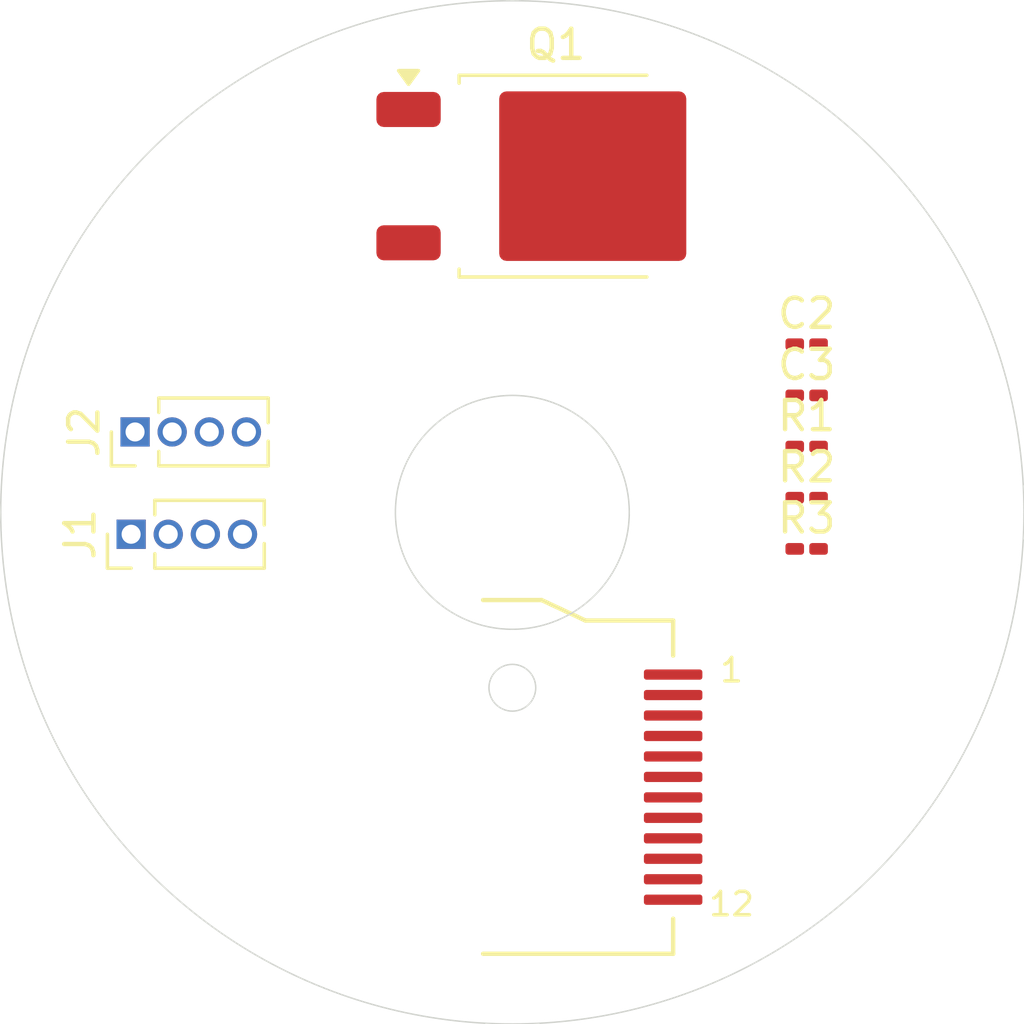
<source format=kicad_pcb>
(kicad_pcb (version 20241229) (generator "pcbnew") (generator_version "9.0")
  (layers (0 "F.Cu" signal) (2 "B.Cu" signal) (13 "F.Paste" user) (15 "B.Paste" user) (5 "F.SilkS" user "F.Silkscreen") (7 "B.SilkS" user "B.Silkscreen") (1 "F.Mask" user) (3 "B.Mask" user) (25 "Edge.Cuts" user))
  (net 0 "")
  (net 1 "+3.3V")
  (net 2 "GND")
  (net 3 "Net-(Q1-G)")
  (net 4 "LEDK")
  (net 5 "LEDA")
  (net 6 "BACKLIGH_EN")
  (net 7 "SCK")
  (net 8 "nRESET")
  (net 9 "MOSI")
  (net 10 "nCS")
  (net 11 "DC")
  (footprint "Capacitor_SMD:C_0201_0603Metric_Pad0.64x0.40mm_HandSolder" (layer "F.Cu") (at 160.5675 96.5)
    (property "Reference" "C3" (at 0 -1.05 0) (layer "F.SilkS"))
    (property "Value" "22 uF")
    (pad "1" smd roundrect (at -0.4075 0) (size 0.635 0.4) (layers "F.Cu" "F.Mask") (net 1 "+3.3V"))
    (pad "2" smd roundrect (at 0.4075 0) (size 0.635 0.4) (layers "F.Cu" "F.Mask") (net 2 "GND"))
  )
  (footprint "Resistor_SMD:R_0201_0603Metric_Pad0.64x0.40mm_HandSolder" (layer "F.Cu") (at 160.5675 101.75)
    (property "Reference" "R3" (at 0 -1.05 0) (layer "F.SilkS"))
    (property "Value" "22R")
    (pad "1" smd roundrect (at -0.4075 0) (size 0.635 0.4) (layers "F.Cu" "F.Mask") (net 3 "Net-(Q1-G)"))
    (pad "2" smd roundrect (at 0.4075 0) (size 0.635 0.4) (layers "F.Cu" "F.Mask") (net 2 "GND"))
  )
  (footprint "Capacitor_SMD:C_0201_0603Metric_Pad0.64x0.40mm_HandSolder" (layer "F.Cu") (at 160.5675 94.75)
    (property "Reference" "C2" (at 0 -1.05 0) (layer "F.SilkS"))
    (property "Value" "22 uF")
    (pad "1" smd roundrect (at -0.4075 0) (size 0.635 0.4) (layers "F.Cu" "F.Mask") (net 1 "+3.3V"))
    (pad "2" smd roundrect (at 0.4075 0) (size 0.635 0.4) (layers "F.Cu" "F.Mask") (net 2 "GND"))
  )
  (footprint "Connector_PinHeader_1.27mm:PinHeader_1x04_P1.27mm_Vertical" (layer "F.Cu") (at 137.46 101.25 90)
    (property "Reference" "J1" (at 0 -1.745 90) (layer "F.SilkS"))
    (property "Value" "Conn_01x04_Pin")
    (fp_line (start -1.16 -0.81) (end 0 -0.81) (stroke (width 0.12)) (layer "F.SilkS"))
    (fp_line (start -1.16 0) (end -1.16 -0.81) (stroke (width 0.12)) (layer "F.SilkS"))
    (fp_line (start 1.16 0.81) (end 1.16 4.555) (stroke (width 0.12)) (layer "F.SilkS"))
    (fp_line (start 0.666708 0.81) (end 1.16 0.81) (stroke (width 0.12)) (layer "F.SilkS"))
    (fp_line (start -1.16 0.81) (end -0.666708 0.81) (stroke (width 0.12)) (layer "F.SilkS"))
    (fp_line (start -1.16 0.81) (end -1.16 4.555) (stroke (width 0.12)) (layer "F.SilkS"))
    (fp_line (start 0.317923 4.555) (end 1.16 4.555) (stroke (width 0.12)) (layer "F.SilkS"))
    (fp_line (start -1.16 4.555) (end -0.317923 4.555) (stroke (width 0.12)) (layer "F.SilkS"))
    (pad "1" thru_hole rect (at 0 0 90) (size 1 1) (drill 0.65) (layers "*.Cu" "*.Mask") (net 1 "+3.3V"))
    (pad "2" thru_hole circle (at 0 1.27 90) (size 1 1) (drill 0.65) (layers "*.Cu" "*.Mask") (net 2 "GND"))
    (pad "3" thru_hole circle (at 0 2.54 90) (size 1 1) (drill 0.65) (layers "*.Cu" "*.Mask") (net 6 "BACKLIGH_EN"))
    (pad "4" thru_hole circle (at 0 3.81 90) (size 1 1) (drill 0.65) (layers "*.Cu" "*.Mask") (net 11 "DC"))
  )
  (footprint "LCD_GC9A01:GC9A01Round1.28" (layer "F.Cu") (at 156 109.9)
    (property "Reference" "J3" (hide yes))
    (property "Value" "Conn_01x12_Pin")
    (fp_line (start -6.5 -6.4) (end -4.5 -6.4) (stroke (width 0.15)) (layer "F.SilkS"))
    (fp_line (start -4.5 -6.4) (end -3 -5.7) (stroke (width 0.15)) (layer "F.SilkS"))
    (fp_line (start 0 -5.7) (end -3 -5.7) (stroke (width 0.15)) (layer "F.SilkS"))
    (fp_line (start 0 -5.7) (end 0 -4.5) (stroke (width 0.15)) (layer "F.SilkS"))
    (fp_line (start 0 5.7) (end -6.5 5.7) (stroke (width 0.15)) (layer "F.SilkS"))
    (fp_line (start 0 5.7) (end 0 4.5) (stroke (width 0.15)) (layer "F.SilkS"))
    (fp_text user "12" (at 2 4 0) (layer "F.SilkS") (effects (font (size 0.8 0.8) (thickness 0.12))))
    (fp_text user "1" (at 2 -4 0) (layer "F.SilkS") (effects (font (size 0.8 0.8) (thickness 0.12))))
    (pad "1" smd roundrect (at 0 -3.85) (size 2 0.35) (layers "F.Cu" "F.Mask" "F.Paste") (net 2 "GND"))
    (pad "2" smd roundrect (at 0 -3.15) (size 2 0.35) (layers "F.Cu" "F.Mask" "F.Paste") (net 4 "LEDK"))
    (pad "3" smd roundrect (at 0 -2.45) (size 2 0.35) (layers "F.Cu" "F.Mask" "F.Paste") (net 5 "LEDA"))
    (pad "4" smd roundrect (at 0 -1.75) (size 2 0.35) (layers "F.Cu" "F.Mask" "F.Paste") (net 1 "+3.3V"))
    (pad "5" smd roundrect (at 0 -1.05) (size 2 0.35) (layers "F.Cu" "F.Mask" "F.Paste") (net 2 "GND"))
    (pad "6" smd roundrect (at 0 -0.35) (size 2 0.35) (layers "F.Cu" "F.Mask" "F.Paste") (net 2 "GND"))
    (pad "7" smd roundrect (at 0 0.35) (size 2 0.35) (layers "F.Cu" "F.Mask" "F.Paste") (net 11 "DC"))
    (pad "8" smd roundrect (at 0 1.05) (size 2 0.35) (layers "F.Cu" "F.Mask" "F.Paste") (net 10 "nCS"))
    (pad "9" smd roundrect (at 0 1.75) (size 2 0.35) (layers "F.Cu" "F.Mask" "F.Paste") (net 7 "SCK"))
    (pad "10" smd roundrect (at 0 2.45) (size 2 0.35) (layers "F.Cu" "F.Mask" "F.Paste") (net 9 "MOSI"))
    (pad "11" smd roundrect (at 0 3.15) (size 2 0.35) (layers "F.Cu" "F.Mask" "F.Paste") (net 8 "nRESET"))
    (pad "12" smd roundrect (at 0 3.85) (size 2 0.35) (layers "F.Cu" "F.Mask" "F.Paste") (net 2 "GND"))
  )
  (footprint "Package_TO_SOT_SMD:TO-252-2" (layer "F.Cu") (at 151.99 89)
    (property "Reference" "Q1" (at 0 -4.5 0) (layer "F.SilkS"))
    (property "Value" "QM6006D")
    (fp_line (start -3.31 -3.45) (end -3.31 -3.18) (stroke (width 0.12)) (layer "F.SilkS"))
    (fp_line (start -3.31 3.45) (end -3.31 3.18) (stroke (width 0.12)) (layer "F.SilkS"))
    (fp_line (start 3.11 -3.45) (end -3.31 -3.45) (stroke (width 0.12)) (layer "F.SilkS"))
    (fp_line (start 3.11 3.45) (end -3.31 3.45) (stroke (width 0.12)) (layer "F.SilkS"))
    (fp_poly (pts (xy -5.04 -3.14) (xy -5.38 -3.61) (xy -4.7 -3.61)) (stroke (width 0.12)) (fill yes) (layer "F.SilkS"))
    (pad "1" smd roundrect (at -5.04 -2.28) (size 2.2 1.2) (layers "F.Cu" "F.Mask" "F.Paste") (roundrect_rratio 0.208333) (net 3 "Net-(Q1-G)"))
    (pad "2" smd roundrect (at 1.26 0) (size 6.4 5.8) (layers "F.Cu" "F.Mask") (roundrect_rratio 0.043103) (net 4 "LEDK"))
    (pad "3" smd roundrect (at -5.04 2.28) (size 2.2 1.2) (layers "F.Cu" "F.Mask" "F.Paste") (roundrect_rratio 0.208333) (net 2 "GND"))
  )
  (footprint "Resistor_SMD:R_0201_0603Metric_Pad0.64x0.40mm_HandSolder" (layer "F.Cu") (at 160.5675 100)
    (property "Reference" "R2" (at 0 -1.05 0) (layer "F.SilkS"))
    (property "Value" "22R")
    (pad "1" smd roundrect (at -0.4075 0) (size 0.635 0.4) (layers "F.Cu" "F.Mask") (net 6 "BACKLIGH_EN"))
    (pad "2" smd roundrect (at 0.4075 0) (size 0.635 0.4) (layers "F.Cu" "F.Mask") (net 3 "Net-(Q1-G)"))
  )
  (footprint "Connector_PinHeader_1.27mm:PinHeader_1x04_P1.27mm_Vertical" (layer "F.Cu") (at 137.595 97.75 90)
    (property "Reference" "J2" (at 0 -1.745 90) (layer "F.SilkS"))
    (property "Value" "Conn_01x04_Pin")
    (fp_line (start -1.16 -0.81) (end 0 -0.81) (stroke (width 0.12)) (layer "F.SilkS"))
    (fp_line (start -1.16 0) (end -1.16 -0.81) (stroke (width 0.12)) (layer "F.SilkS"))
    (fp_line (start 1.16 0.81) (end 1.16 4.555) (stroke (width 0.12)) (layer "F.SilkS"))
    (fp_line (start 0.666708 0.81) (end 1.16 0.81) (stroke (width 0.12)) (layer "F.SilkS"))
    (fp_line (start -1.16 0.81) (end -0.666708 0.81) (stroke (width 0.12)) (layer "F.SilkS"))
    (fp_line (start -1.16 0.81) (end -1.16 4.555) (stroke (width 0.12)) (layer "F.SilkS"))
    (fp_line (start 0.317923 4.555) (end 1.16 4.555) (stroke (width 0.12)) (layer "F.SilkS"))
    (fp_line (start -1.16 4.555) (end -0.317923 4.555) (stroke (width 0.12)) (layer "F.SilkS"))
    (pad "1" thru_hole rect (at 0 0 90) (size 1 1) (drill 0.65) (layers "*.Cu" "*.Mask") (net 10 "nCS"))
    (pad "2" thru_hole circle (at 0 1.27 90) (size 1 1) (drill 0.65) (layers "*.Cu" "*.Mask") (net 7 "SCK"))
    (pad "3" thru_hole circle (at 0 2.54 90) (size 1 1) (drill 0.65) (layers "*.Cu" "*.Mask") (net 9 "MOSI"))
    (pad "4" thru_hole circle (at 0 3.81 90) (size 1 1) (drill 0.65) (layers "*.Cu" "*.Mask") (net 8 "nRESET"))
  )
  (footprint "Resistor_SMD:R_0201_0603Metric_Pad0.64x0.40mm_HandSolder" (layer "F.Cu") (at 160.5675 98.25)
    (property "Reference" "R1" (at 0 -1.05 0) (layer "F.SilkS"))
    (property "Value" "22R")
    (pad "1" smd roundrect (at -0.4075 0) (size 0.635 0.4) (layers "F.Cu" "F.Mask") (net 1 "+3.3V"))
    (pad "2" smd roundrect (at 0.4075 0) (size 0.635 0.4) (layers "F.Cu" "F.Mask") (net 5 "LEDA"))
  )
  (gr_circle (center 150.5 100.5) (end 168 100.5) (stroke (width 0.05)) (fill no) (layer "Edge.Cuts"))
  (gr_circle (center 150.5 106.5) (end 151.3 106.5) (stroke (width 0.05)) (fill no) (layer "Edge.Cuts"))
  (gr_circle (center 150.5 100.5) (end 154.5 100.5) (stroke (width 0.05)) (fill no) (layer "Edge.Cuts"))
)
</source>
